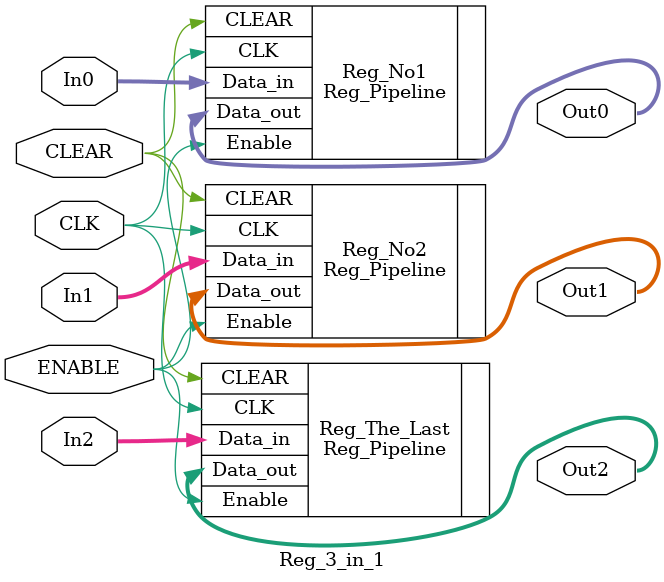
<source format=v>
module Reg_3_in_1 (
    Out2,Out1,Out0,In2,In1,In0,CLK,ENABLE,CLEAR
);
    input   [31:0] In2,In1,In0;
    output  [31:0] Out2,Out1,Out0;
    input CLK,ENABLE,CLEAR;

    Reg_Pipeline Reg_No1(
        .Data_out(Out0),
        .Data_in(In0),
        .Enable(ENABLE),
        .CLK(CLK),
        .CLEAR(CLEAR)
    );
    Reg_Pipeline Reg_No2(
        .Data_out(Out1),
        .Data_in(In1),
        .Enable(ENABLE),
        .CLK(CLK),
        .CLEAR(CLEAR)
    );
    Reg_Pipeline Reg_The_Last(
        .Data_out(Out2),
        .Data_in(In2),
        .Enable(ENABLE),
        .CLK(CLK),
        .CLEAR(CLEAR)
    );
    
endmodule
</source>
